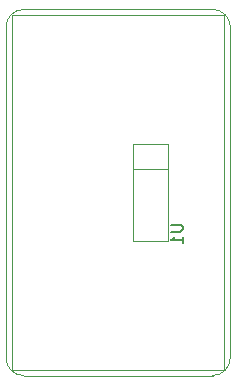
<source format=gbr>
G04 #@! TF.GenerationSoftware,KiCad,Pcbnew,5.1.9*
G04 #@! TF.CreationDate,2021-04-02T13:00:30+02:00*
G04 #@! TF.ProjectId,pressureSensorHolder,70726573-7375-4726-9553-656e736f7248,rev?*
G04 #@! TF.SameCoordinates,Original*
G04 #@! TF.FileFunction,Legend,Bot*
G04 #@! TF.FilePolarity,Positive*
%FSLAX46Y46*%
G04 Gerber Fmt 4.6, Leading zero omitted, Abs format (unit mm)*
G04 Created by KiCad (PCBNEW 5.1.9) date 2021-04-02 13:00:30*
%MOMM*%
%LPD*%
G01*
G04 APERTURE LIST*
G04 #@! TA.AperFunction,Profile*
%ADD10C,0.050000*%
G04 #@! TD*
%ADD11C,0.120000*%
%ADD12C,0.150000*%
G04 APERTURE END LIST*
D10*
X140942200Y-99157400D02*
G75*
G02*
X139442200Y-97657400I0J1500000D01*
G01*
X139442200Y-69657400D02*
G75*
G02*
X140942200Y-68157400I1500000J0D01*
G01*
X158442200Y-97657400D02*
G75*
G02*
X156942200Y-99157400I-1500000J0D01*
G01*
X156942200Y-68157400D02*
G75*
G02*
X158442200Y-69657400I0J-1500000D01*
G01*
X158442200Y-97657400D02*
X158442200Y-69657400D01*
X140942200Y-99157400D02*
X156942200Y-99157400D01*
X139442200Y-69657400D02*
X139442200Y-97657400D01*
X156942200Y-68157400D02*
X140942200Y-68157400D01*
D11*
X139942200Y-68657400D02*
X139942200Y-98657400D01*
X157942200Y-68657400D02*
X139942200Y-68657400D01*
X157942200Y-98657400D02*
X157942200Y-68657400D01*
X139942200Y-98657400D02*
X157942200Y-98657400D01*
X150192200Y-81657400D02*
X153192200Y-81657400D01*
X153192200Y-79557400D02*
X150192200Y-79557400D01*
X153192200Y-87757400D02*
X153192200Y-79557400D01*
X150192200Y-87757400D02*
X153192200Y-87757400D01*
X150192200Y-79557400D02*
X150192200Y-87757400D01*
D12*
X153394580Y-86395495D02*
X154204104Y-86395495D01*
X154299342Y-86443114D01*
X154346961Y-86490733D01*
X154394580Y-86585971D01*
X154394580Y-86776447D01*
X154346961Y-86871685D01*
X154299342Y-86919304D01*
X154204104Y-86966923D01*
X153394580Y-86966923D01*
X154394580Y-87966923D02*
X154394580Y-87395495D01*
X154394580Y-87681209D02*
X153394580Y-87681209D01*
X153537438Y-87585971D01*
X153632676Y-87490733D01*
X153680295Y-87395495D01*
M02*

</source>
